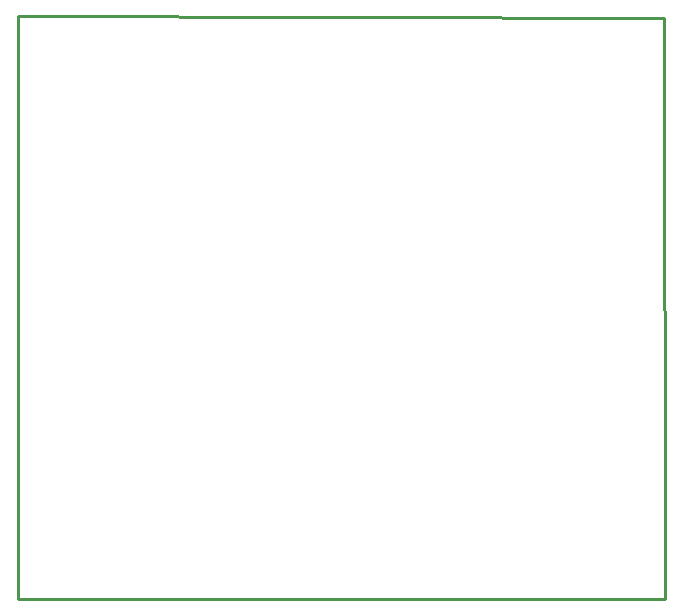
<source format=gko>
G04 Layer: BoardOutlineLayer*
G04 EasyEDA v6.5.47, 2024-11-15 19:46:41*
G04 afbadec8b0bd41c99859eff7e483f8c8,fd2acee0f29b4e2aa60f5f2c6615e4e3,10*
G04 Gerber Generator version 0.2*
G04 Scale: 100 percent, Rotated: No, Reflected: No *
G04 Dimensions in millimeters *
G04 leading zeros omitted , absolute positions ,4 integer and 5 decimal *
%FSLAX45Y45*%
%MOMM*%

%ADD10C,0.2540*%
D10*
X4108272Y798027D02*
G01*
X4111868Y-4120959D01*
X-1361917Y-4122727D01*
X-1365427Y810727D01*
X-1365427Y810727D02*
G01*
X4108272Y798027D01*

%LPD*%
M02*

</source>
